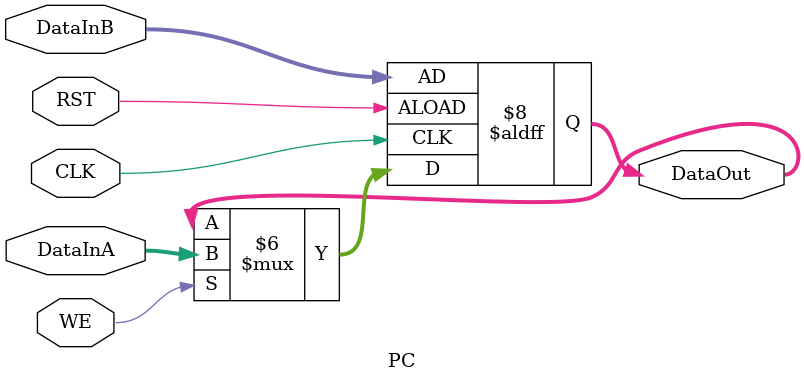
<source format=v>
`timescale 1ns / 1ps
module PC(
	input [31:0] DataInA,
	input [31:0] DataInB, // outside PC input
	input	CLK,
	input RST,
	input WE,
	output reg [31:0] DataOut
	);
	initial begin
		DataOut = 0;
	end
	always @(negedge CLK or posedge RST) begin
		if (RST == 1)
			DataOut = DataInB;
		else begin
			if (WE == 1) begin
				DataOut = DataInA;
			end
		end
	end
endmodule

</source>
